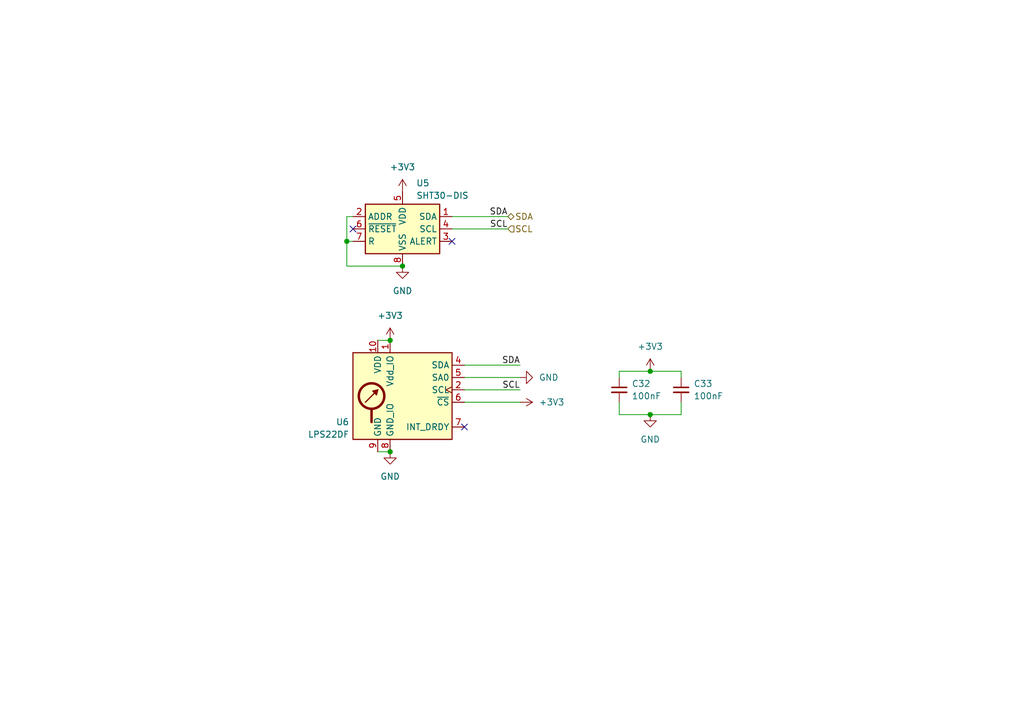
<source format=kicad_sch>
(kicad_sch (version 20231120) (generator "eeschema") (generator_version "8.0")
  (paper "A5")
  (title_block (title "Zigbee-Air-Sensor") (date "2024-03-03") (rev "1.0") (company "Acha"))
  (lib_symbols
    (symbol "Device:C_Small" (pin_numbers hide) (pin_names (offset 0.254) hide)
      (property "Reference" "C" (at 0.254 1.778 0))
      (property "Value" "C_Small" (at 0.254 -2.032 0))
      (symbol "C_Small_0_1"
        (polyline (pts (xy -1.524 -0.508) (xy 1.524 -0.508)) (stroke (width 0.3302)))
        (polyline (pts (xy -1.524 0.508) (xy 1.524 0.508)) (stroke (width 0.3048)))
      )
      (symbol "C_Small_1_1"
        (pin passive line (at 0 2.54 270) (length 2.032) (name "~") (number "1"))
        (pin passive line (at 0 -2.54 90) (length 2.032) (name "~") (number "2"))
      )
    )
    (symbol "Sensor_Humidity:SHT30-DIS"
      (property "Reference" "U" (at -6.35 6.35 0))
      (property "Value" "SHT30-DIS" (at 6.35 6.35 0))
      (symbol "SHT30-DIS_0_1"
        (rectangle (start -7.62 5.08) (end 7.62 -5.08) (stroke (width 0.254)) (fill (type background)))
      )
      (symbol "SHT30-DIS_1_1"
        (pin bidirectional line (at 10.16 2.54 180) (length 2.54) (name "SDA") (number "1"))
        (pin input line (at -10.16 2.54 0) (length 2.54) (name "ADDR") (number "2"))
        (pin output line (at 10.16 -2.54 180) (length 2.54) (name "ALERT") (number "3"))
        (pin input line (at 10.16 0 180) (length 2.54) (name "SCL") (number "4"))
        (pin power_in line (at 0 7.62 270) (length 2.54) (name "VDD") (number "5"))
        (pin input line (at -10.16 0 0) (length 2.54) (name "~{RESET}") (number "6"))
        (pin passive line (at -10.16 -2.54 0) (length 2.54) (name "R") (number "7"))
        (pin power_in line (at 0 -7.62 90) (length 2.54) (name "VSS") (number "8"))
        (pin passive line (at 0 -7.62 90) (length 2.54) hide (name "VSS") (number "9"))
      )
    )
    (symbol "Sensor_Pressure:LPS22DF"
      (property "Reference" "U" (at -11.43 1.27 0))
      (property "Value" "LPS22DF" (at -11.176 -1.27 0))
      (symbol "LPS22DF_0_1"
        (rectangle (start -10.16 10.16) (end 10.16 -7.62) (stroke (width 0.254)) (fill (type background)))
        (circle (center -6.35 1.27) (radius 2.6162) (stroke (width 0.508)))
        (polyline (pts (xy -7.62 0) (xy -5.08 2.54)) (stroke (width 0.254)))
        (polyline (pts (xy -6.35 -1.524) (xy -6.35 -4.064)) (stroke (width 0.508)))
        (polyline (pts (xy -5.08 2.54) (xy -5.334 1.524) (xy -6.096 2.286) (xy -5.08 2.54)) (stroke (width 0.254)) (fill (type outline)))
      )
      (symbol "LPS22DF_1_1"
        (pin power_in line (at -2.54 12.7 270) (length 2.54) (name "Vdd_IO") (number "1"))
        (pin power_in line (at -5.08 12.7 270) (length 2.54) (name "VDD") (number "10"))
        (pin input clock (at 12.7 2.54 180) (length 2.54) (name "SCL") (number "2"))
        (pin passive line (at -5.08 -10.16 90) (length 2.54) hide (name "GND") (number "3"))
        (pin bidirectional line (at 12.7 7.62 180) (length 2.54) (name "SDA") (number "4"))
        (pin input line (at 12.7 5.08 180) (length 2.54) (name "SA0") (number "5"))
        (pin input line (at 12.7 0 180) (length 2.54) (name "~{CS}") (number "6"))
        (pin output line (at 12.7 -5.08 180) (length 2.54) (name "INT_DRDY") (number "7"))
        (pin power_in line (at -2.54 -10.16 90) (length 2.54) (name "GND_IO") (number "8"))
        (pin power_in line (at -5.08 -10.16 90) (length 2.54) (name "GND") (number "9"))
      )
    )
    (symbol "power:+3V3" (power) (pin_numbers hide) (pin_names (offset 0) hide)
      (property "Value" "+3V3" (at 0 3.556 0))
      (symbol "+3V3_0_1"
        (polyline (pts (xy -0.762 1.27) (xy 0 2.54)))
        (polyline (pts (xy 0 0) (xy 0 2.54)))
        (polyline (pts (xy 0 2.54) (xy 0.762 1.27)))
      )
      (symbol "+3V3_1_1"
        (pin power_in line (at 0 0 90) (length 0) (name "~") (number "1"))
      )
    )
    (symbol "power:GND" (power) (pin_numbers hide) (pin_names (offset 0) hide)
      (property "Value" "GND" (at 0 -3.81 0))
      (symbol "GND_0_1"
        (polyline (pts (xy 0 0) (xy 0 -1.27) (xy 1.27 -1.27) (xy 0 -2.54) (xy -1.27 -1.27) (xy 0 -1.27)))
      )
      (symbol "GND_1_1"
        (pin power_in line (at 0 0 270) (length 0) (name "~") (number "1"))
      )
    )
  )
  (junction (at 80.01 69.85))
  (junction (at 80.01 92.71))
  (junction (at 133.35 85.09))
  (junction (at 71.12 49.53))
  (junction (at 82.55 54.61))
  (junction (at 133.35 76.2))
  (no_connect (at 72.39 46.99))
  (no_connect (at 92.71 49.53))
  (no_connect (at 95.25 87.63))
  (wire (pts (xy 127 85.09) (xy 133.35 85.09)))
  (wire (pts (xy 127 76.2) (xy 127 77.47)))
  (wire (pts (xy 139.7 76.2) (xy 139.7 77.47)))
  (wire (pts (xy 71.12 49.53) (xy 72.39 49.53)))
  (wire (pts (xy 71.12 54.61) (xy 82.55 54.61)))
  (wire (pts (xy 106.68 77.47) (xy 95.25 77.47)))
  (wire (pts (xy 95.25 82.55) (xy 106.68 82.55)))
  (wire (pts (xy 95.25 74.93) (xy 106.68 74.93)))
  (wire (pts (xy 71.12 49.53) (xy 71.12 54.61)))
  (wire (pts (xy 95.25 80.01) (xy 106.68 80.01)))
  (wire (pts (xy 133.35 76.2) (xy 139.7 76.2)))
  (wire (pts (xy 72.39 44.45) (xy 71.12 44.45)))
  (wire (pts (xy 71.12 44.45) (xy 71.12 49.53)))
  (wire (pts (xy 92.71 44.45) (xy 104.14 44.45)))
  (wire (pts (xy 133.35 76.2) (xy 127 76.2)))
  (wire (pts (xy 77.47 92.71) (xy 80.01 92.71)))
  (wire (pts (xy 139.7 85.09) (xy 139.7 82.55)))
  (wire (pts (xy 133.35 85.09) (xy 139.7 85.09)))
  (wire (pts (xy 77.47 69.85) (xy 80.01 69.85)))
  (wire (pts (xy 127 82.55) (xy 127 85.09)))
  (wire (pts (xy 92.71 46.99) (xy 104.14 46.99)))
  (label "SDA" (at 104.14 44.45 180))
  (label "SCL" (at 106.68 80.01 180))
  (label "SCL" (at 104.14 46.99 180))
  (label "SDA" (at 106.68 74.93 180))
  (hierarchical_label "SCL" (shape input) (at 104.14 46.99 0))
  (hierarchical_label "SDA" (shape bidirectional) (at 104.14 44.45 0))
  (symbol (lib_id "power:+3V3") (at 80.01 69.85 0) (unit 1)
    (property "Reference" "#PWR054" (effects (hide yes)))
    (property "Value" "+3V3" (at 80.01 64.77 0))
    (property "Description" "Power symbol creates a global label with name \"+3V3\"" (effects (hide yes)))
  )
  (symbol (lib_id "power:GND") (at 133.35 85.09 0) (unit 1)
    (property "Reference" "#PWR061" (effects (hide yes)))
    (property "Value" "GND" (at 133.35 90.17 0))
    (property "Description" "Power symbol creates a global label with name \"GND\" , ground" (effects (hide yes)))
  )
  (symbol (lib_id "Device:C_Small") (at 127 80.01 0) (unit 1)
    (property "Reference" "C32" (at 129.54 78.7462 0) (effects (justify left)))
    (property "Value" "100nF" (at 129.54 81.2862 0) (effects (justify left)))
    (property "Footprint" "Capacitor_SMD:C_0402_1005Metric" (effects (hide yes)))
    (property "Description" "Unpolarized capacitor, small symbol" (effects (hide yes)))
  )
  (symbol (lib_id "Device:C_Small") (at 139.7 80.01 0) (unit 1)
    (property "Reference" "C33" (at 142.24 78.7462 0) (effects (justify left)))
    (property "Value" "100nF" (at 142.24 81.2862 0) (effects (justify left)))
    (property "Footprint" "Capacitor_SMD:C_0402_1005Metric" (effects (hide yes)))
    (property "Description" "Unpolarized capacitor, small symbol" (effects (hide yes)))
  )
  (symbol (lib_id "Sensor_Pressure:LPS22DF") (at 82.55 82.55 0) (unit 1)
    (property "Reference" "U6" (at 71.628 86.614 0) (effects (justify right)))
    (property "Value" "LPS22DF" (at 71.628 89.154 0) (effects (justify right)))
    (property "Footprint" "Package_LGA:ST_HLGA-10_2x2mm_P0.5mm_LayoutBorder3x2y" (effects (hide yes)))
    (property "Datasheet" "https://www.st.com/resource/en/datasheet/lps22df.pdf" (effects (hide yes)))
    (property "Description" "MEMS absolute pressure sensor, 260-1260 hPa, 1-200Hz ODR, 24bit, I2C/I3C/SPI interface, 2x2mm ST_HLGA-10L" (effects (hide yes)))
  )
  (symbol (lib_id "power:GND") (at 106.68 77.47 90) (unit 1)
    (property "Reference" "#PWR058" (effects (hide yes)))
    (property "Value" "GND" (at 110.49 77.4699 90) (effects (justify right)))
    (property "Description" "Power symbol creates a global label with name \"GND\" , ground" (effects (hide yes)))
  )
  (symbol (lib_id "power:GND") (at 80.01 92.71 0) (unit 1)
    (property "Reference" "#PWR055" (effects (hide yes)))
    (property "Value" "GND" (at 80.01 97.79 0))
    (property "Description" "Power symbol creates a global label with name \"GND\" , ground" (effects (hide yes)))
  )
  (symbol (lib_id "power:+3V3") (at 82.55 39.37 0) (unit 1)
    (property "Reference" "#PWR056" (effects (hide yes)))
    (property "Value" "+3V3" (at 82.55 34.29 0))
    (property "Description" "Power symbol creates a global label with name \"+3V3\"" (effects (hide yes)))
  )
  (symbol (lib_id "Sensor_Humidity:SHT30-DIS") (at 82.55 46.99 0) (unit 1)
    (property "Reference" "U5" (at 85.344 37.592 0) (effects (justify left)))
    (property "Value" "SHT30-DIS" (at 85.344 40.132 0) (effects (justify left)))
    (property "Footprint" "Sensor_Humidity:Sensirion_DFN-8-1EP_2.5x2.5mm_P0.5mm_EP1.1x1.7mm" (effects (hide yes)))
    (property "Datasheet" "https://www.sensirion.com/fileadmin/user_upload/customers/sensirion/Dokumente/2_Humidity_Sensors/Datasheets/Sensirion_Humidity_Sensors_SHT3x_Datasheet_digital.pdf" (effects (hide yes)))
    (property "Description" "I²C humidity and temperature sensor, ±2%RH, ±0.2°C, DFN-8" (effects (hide yes)))
  )
  (symbol (lib_id "power:+3V3") (at 133.35 76.2 0) (unit 1)
    (property "Reference" "#PWR060" (effects (hide yes)))
    (property "Value" "+3V3" (at 133.35 71.12 0))
    (property "Description" "Power symbol creates a global label with name \"+3V3\"" (effects (hide yes)))
  )
  (symbol (lib_id "power:GND") (at 82.55 54.61 0) (unit 1)
    (property "Reference" "#PWR057" (effects (hide yes)))
    (property "Value" "GND" (at 82.55 59.69 0))
    (property "Description" "Power symbol creates a global label with name \"GND\" , ground" (effects (hide yes)))
  )
  (symbol (lib_id "power:+3V3") (at 106.68 82.55 270) (unit 1)
    (property "Reference" "#PWR059" (effects (hide yes)))
    (property "Value" "+3V3" (at 110.49 82.5499 90) (effects (justify left)))
    (property "Description" "Power symbol creates a global label with name \"+3V3\"" (effects (hide yes)))
  )
)
</source>
